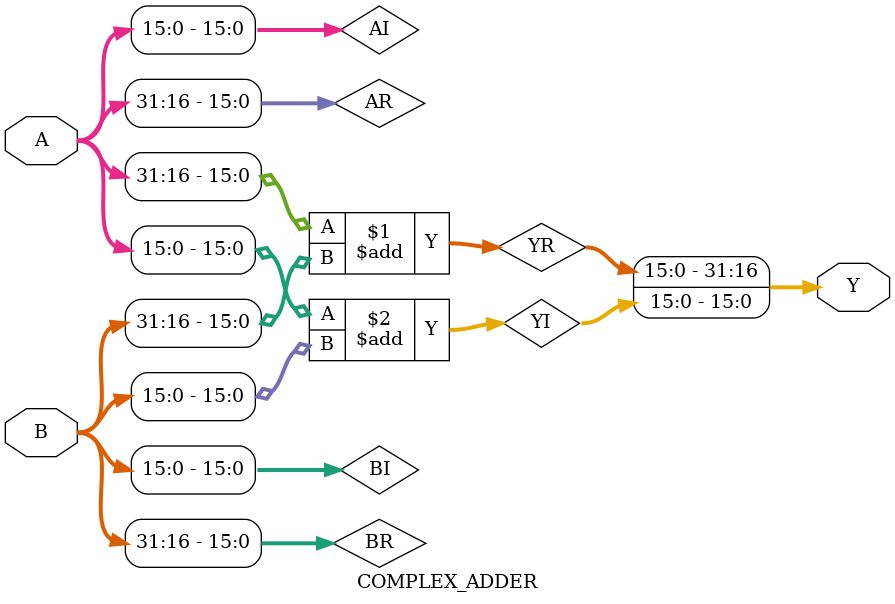
<source format=v>
module COMPLEX_ADDER (
    input		[32-1: 0]	A,
	input		[32-1: 0]	B,
	output		[32-1: 0]	Y 
);
			    
wire signed [15:0] AR, AI, BR, BI, YR, YI;
				    
assign {AR, AI} = A;
assign {BR, BI} = B;

assign YR = AR + BR;
assign YI = AI + BI;
								    
assign Y = {YR, YI};

endmodule

</source>
